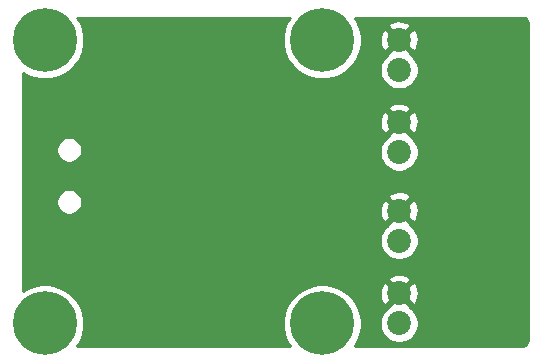
<source format=gbr>
G04 #@! TF.GenerationSoftware,KiCad,Pcbnew,(5.1.4)-1*
G04 #@! TF.CreationDate,2019-10-26T12:02:25-04:00*
G04 #@! TF.ProjectId,solar_NiMH_emulation,736f6c61-725f-44e6-994d-485f656d756c,rev?*
G04 #@! TF.SameCoordinates,Original*
G04 #@! TF.FileFunction,Copper,L2,Bot*
G04 #@! TF.FilePolarity,Positive*
%FSLAX46Y46*%
G04 Gerber Fmt 4.6, Leading zero omitted, Abs format (unit mm)*
G04 Created by KiCad (PCBNEW (5.1.4)-1) date 2019-10-26 12:02:25*
%MOMM*%
%LPD*%
G04 APERTURE LIST*
%ADD10C,5.400000*%
%ADD11C,2.020000*%
%ADD12C,0.900000*%
%ADD13C,0.254000*%
G04 APERTURE END LIST*
D10*
X141500000Y-93000000D03*
X141500000Y-117000000D03*
X118000000Y-117000000D03*
X118000000Y-93000000D03*
D11*
X148000000Y-95540000D03*
X148000000Y-93000000D03*
X148000000Y-99960000D03*
X148000000Y-102500000D03*
X148000000Y-110000000D03*
X148000000Y-107460000D03*
X148000000Y-114460000D03*
X148000000Y-117000000D03*
D12*
X129000000Y-92500000D03*
X131500000Y-91500000D03*
X125000000Y-106000000D03*
X123000000Y-100000000D03*
X118000000Y-100000000D03*
X118000000Y-109000000D03*
X116500000Y-109000000D03*
X123000000Y-109000000D03*
X116500000Y-100000000D03*
X117000000Y-111500000D03*
X119000000Y-111500000D03*
X118000000Y-113000000D03*
X118000000Y-97500000D03*
X119500000Y-97500000D03*
X121000000Y-97500000D03*
X122500000Y-97500000D03*
X124000000Y-97500000D03*
X122000000Y-92000000D03*
X123500000Y-92000000D03*
X123500000Y-93500000D03*
X122000000Y-93500000D03*
X122000000Y-95000000D03*
X123500000Y-95000000D03*
X125000000Y-92500000D03*
X121500000Y-109000000D03*
X120000000Y-109000000D03*
X124500000Y-109000000D03*
X122500000Y-118000000D03*
X124500000Y-118000000D03*
X124500000Y-116500000D03*
X122500000Y-116500000D03*
X118000000Y-110500000D03*
X142500000Y-98000000D03*
D13*
G36*
X138544561Y-91420285D02*
G01*
X138293162Y-92027216D01*
X138165000Y-92671531D01*
X138165000Y-93328469D01*
X138293162Y-93972784D01*
X138544561Y-94579715D01*
X138909536Y-95125939D01*
X139374061Y-95590464D01*
X139920285Y-95955439D01*
X140527216Y-96206838D01*
X141171531Y-96335000D01*
X141828469Y-96335000D01*
X142472784Y-96206838D01*
X143079715Y-95955439D01*
X143625939Y-95590464D01*
X143838421Y-95377982D01*
X146355000Y-95377982D01*
X146355000Y-95702018D01*
X146418217Y-96019829D01*
X146542220Y-96319199D01*
X146722245Y-96588626D01*
X146951374Y-96817755D01*
X147220801Y-96997780D01*
X147520171Y-97121783D01*
X147837982Y-97185000D01*
X148162018Y-97185000D01*
X148479829Y-97121783D01*
X148779199Y-96997780D01*
X149048626Y-96817755D01*
X149277755Y-96588626D01*
X149457780Y-96319199D01*
X149581783Y-96019829D01*
X149645000Y-95702018D01*
X149645000Y-95377982D01*
X149581783Y-95060171D01*
X149457780Y-94760801D01*
X149277755Y-94491374D01*
X149048626Y-94262245D01*
X148944601Y-94192738D01*
X148962939Y-94142545D01*
X148000000Y-93179605D01*
X147037061Y-94142545D01*
X147055399Y-94192738D01*
X146951374Y-94262245D01*
X146722245Y-94491374D01*
X146542220Y-94760801D01*
X146418217Y-95060171D01*
X146355000Y-95377982D01*
X143838421Y-95377982D01*
X144090464Y-95125939D01*
X144455439Y-94579715D01*
X144706838Y-93972784D01*
X144835000Y-93328469D01*
X144835000Y-93062200D01*
X146348211Y-93062200D01*
X146392084Y-93383253D01*
X146497749Y-93689578D01*
X146592032Y-93865968D01*
X146857455Y-93962939D01*
X147820395Y-93000000D01*
X148179605Y-93000000D01*
X149142545Y-93962939D01*
X149407968Y-93865968D01*
X149549856Y-93574647D01*
X149632185Y-93261243D01*
X149651789Y-92937800D01*
X149607916Y-92616747D01*
X149502251Y-92310422D01*
X149407968Y-92134032D01*
X149142545Y-92037061D01*
X148179605Y-93000000D01*
X147820395Y-93000000D01*
X146857455Y-92037061D01*
X146592032Y-92134032D01*
X146450144Y-92425353D01*
X146367815Y-92738757D01*
X146348211Y-93062200D01*
X144835000Y-93062200D01*
X144835000Y-92671531D01*
X144706838Y-92027216D01*
X144636521Y-91857455D01*
X147037061Y-91857455D01*
X148000000Y-92820395D01*
X148962939Y-91857455D01*
X148865968Y-91592032D01*
X148574647Y-91450144D01*
X148261243Y-91367815D01*
X147937800Y-91348211D01*
X147616747Y-91392084D01*
X147310422Y-91497749D01*
X147134032Y-91592032D01*
X147037061Y-91857455D01*
X144636521Y-91857455D01*
X144455439Y-91420285D01*
X144259472Y-91127000D01*
X158491672Y-91127000D01*
X158596257Y-91140769D01*
X158685955Y-91177923D01*
X158762976Y-91237024D01*
X158822077Y-91314045D01*
X158859231Y-91403743D01*
X158873000Y-91508328D01*
X158873000Y-118491672D01*
X158859231Y-118596257D01*
X158822077Y-118685955D01*
X158762976Y-118762976D01*
X158685955Y-118822077D01*
X158596257Y-118859231D01*
X158491672Y-118873000D01*
X144259472Y-118873000D01*
X144455439Y-118579715D01*
X144706838Y-117972784D01*
X144835000Y-117328469D01*
X144835000Y-116837982D01*
X146355000Y-116837982D01*
X146355000Y-117162018D01*
X146418217Y-117479829D01*
X146542220Y-117779199D01*
X146722245Y-118048626D01*
X146951374Y-118277755D01*
X147220801Y-118457780D01*
X147520171Y-118581783D01*
X147837982Y-118645000D01*
X148162018Y-118645000D01*
X148479829Y-118581783D01*
X148779199Y-118457780D01*
X149048626Y-118277755D01*
X149277755Y-118048626D01*
X149457780Y-117779199D01*
X149581783Y-117479829D01*
X149645000Y-117162018D01*
X149645000Y-116837982D01*
X149581783Y-116520171D01*
X149457780Y-116220801D01*
X149277755Y-115951374D01*
X149048626Y-115722245D01*
X148944601Y-115652738D01*
X148962939Y-115602545D01*
X148000000Y-114639605D01*
X147037061Y-115602545D01*
X147055399Y-115652738D01*
X146951374Y-115722245D01*
X146722245Y-115951374D01*
X146542220Y-116220801D01*
X146418217Y-116520171D01*
X146355000Y-116837982D01*
X144835000Y-116837982D01*
X144835000Y-116671531D01*
X144706838Y-116027216D01*
X144455439Y-115420285D01*
X144090464Y-114874061D01*
X143738603Y-114522200D01*
X146348211Y-114522200D01*
X146392084Y-114843253D01*
X146497749Y-115149578D01*
X146592032Y-115325968D01*
X146857455Y-115422939D01*
X147820395Y-114460000D01*
X148179605Y-114460000D01*
X149142545Y-115422939D01*
X149407968Y-115325968D01*
X149549856Y-115034647D01*
X149632185Y-114721243D01*
X149651789Y-114397800D01*
X149607916Y-114076747D01*
X149502251Y-113770422D01*
X149407968Y-113594032D01*
X149142545Y-113497061D01*
X148179605Y-114460000D01*
X147820395Y-114460000D01*
X146857455Y-113497061D01*
X146592032Y-113594032D01*
X146450144Y-113885353D01*
X146367815Y-114198757D01*
X146348211Y-114522200D01*
X143738603Y-114522200D01*
X143625939Y-114409536D01*
X143079715Y-114044561D01*
X142472784Y-113793162D01*
X141828469Y-113665000D01*
X141171531Y-113665000D01*
X140527216Y-113793162D01*
X139920285Y-114044561D01*
X139374061Y-114409536D01*
X138909536Y-114874061D01*
X138544561Y-115420285D01*
X138293162Y-116027216D01*
X138165000Y-116671531D01*
X138165000Y-117328469D01*
X138293162Y-117972784D01*
X138544561Y-118579715D01*
X138740528Y-118873000D01*
X120759472Y-118873000D01*
X120955439Y-118579715D01*
X121206838Y-117972784D01*
X121335000Y-117328469D01*
X121335000Y-116671531D01*
X121206838Y-116027216D01*
X120955439Y-115420285D01*
X120590464Y-114874061D01*
X120125939Y-114409536D01*
X119579715Y-114044561D01*
X118972784Y-113793162D01*
X118328469Y-113665000D01*
X117671531Y-113665000D01*
X117027216Y-113793162D01*
X116420285Y-114044561D01*
X116127000Y-114240528D01*
X116127000Y-113317455D01*
X147037061Y-113317455D01*
X148000000Y-114280395D01*
X148962939Y-113317455D01*
X148865968Y-113052032D01*
X148574647Y-112910144D01*
X148261243Y-112827815D01*
X147937800Y-112808211D01*
X147616747Y-112852084D01*
X147310422Y-112957749D01*
X147134032Y-113052032D01*
X147037061Y-113317455D01*
X116127000Y-113317455D01*
X116127000Y-109837982D01*
X146355000Y-109837982D01*
X146355000Y-110162018D01*
X146418217Y-110479829D01*
X146542220Y-110779199D01*
X146722245Y-111048626D01*
X146951374Y-111277755D01*
X147220801Y-111457780D01*
X147520171Y-111581783D01*
X147837982Y-111645000D01*
X148162018Y-111645000D01*
X148479829Y-111581783D01*
X148779199Y-111457780D01*
X149048626Y-111277755D01*
X149277755Y-111048626D01*
X149457780Y-110779199D01*
X149581783Y-110479829D01*
X149645000Y-110162018D01*
X149645000Y-109837982D01*
X149581783Y-109520171D01*
X149457780Y-109220801D01*
X149277755Y-108951374D01*
X149048626Y-108722245D01*
X148944601Y-108652738D01*
X148962939Y-108602545D01*
X148000000Y-107639605D01*
X147037061Y-108602545D01*
X147055399Y-108652738D01*
X146951374Y-108722245D01*
X146722245Y-108951374D01*
X146542220Y-109220801D01*
X146418217Y-109520171D01*
X146355000Y-109837982D01*
X116127000Y-109837982D01*
X116127000Y-106593137D01*
X118984001Y-106593137D01*
X118984001Y-106806863D01*
X119025697Y-107016483D01*
X119107486Y-107213940D01*
X119226226Y-107391647D01*
X119377354Y-107542775D01*
X119555061Y-107661515D01*
X119752518Y-107743304D01*
X119962138Y-107785000D01*
X120175864Y-107785000D01*
X120385484Y-107743304D01*
X120582941Y-107661515D01*
X120760648Y-107542775D01*
X120781223Y-107522200D01*
X146348211Y-107522200D01*
X146392084Y-107843253D01*
X146497749Y-108149578D01*
X146592032Y-108325968D01*
X146857455Y-108422939D01*
X147820395Y-107460000D01*
X148179605Y-107460000D01*
X149142545Y-108422939D01*
X149407968Y-108325968D01*
X149549856Y-108034647D01*
X149632185Y-107721243D01*
X149651789Y-107397800D01*
X149607916Y-107076747D01*
X149502251Y-106770422D01*
X149407968Y-106594032D01*
X149142545Y-106497061D01*
X148179605Y-107460000D01*
X147820395Y-107460000D01*
X146857455Y-106497061D01*
X146592032Y-106594032D01*
X146450144Y-106885353D01*
X146367815Y-107198757D01*
X146348211Y-107522200D01*
X120781223Y-107522200D01*
X120911776Y-107391647D01*
X121030516Y-107213940D01*
X121112305Y-107016483D01*
X121154001Y-106806863D01*
X121154001Y-106593137D01*
X121112305Y-106383517D01*
X121084942Y-106317455D01*
X147037061Y-106317455D01*
X148000000Y-107280395D01*
X148962939Y-106317455D01*
X148865968Y-106052032D01*
X148574647Y-105910144D01*
X148261243Y-105827815D01*
X147937800Y-105808211D01*
X147616747Y-105852084D01*
X147310422Y-105957749D01*
X147134032Y-106052032D01*
X147037061Y-106317455D01*
X121084942Y-106317455D01*
X121030516Y-106186060D01*
X120911776Y-106008353D01*
X120760648Y-105857225D01*
X120582941Y-105738485D01*
X120385484Y-105656696D01*
X120175864Y-105615000D01*
X119962138Y-105615000D01*
X119752518Y-105656696D01*
X119555061Y-105738485D01*
X119377354Y-105857225D01*
X119226226Y-106008353D01*
X119107486Y-106186060D01*
X119025697Y-106383517D01*
X118984001Y-106593137D01*
X116127000Y-106593137D01*
X116127000Y-102193137D01*
X118984001Y-102193137D01*
X118984001Y-102406863D01*
X119025697Y-102616483D01*
X119107486Y-102813940D01*
X119226226Y-102991647D01*
X119377354Y-103142775D01*
X119555061Y-103261515D01*
X119752518Y-103343304D01*
X119962138Y-103385000D01*
X120175864Y-103385000D01*
X120385484Y-103343304D01*
X120582941Y-103261515D01*
X120760648Y-103142775D01*
X120911776Y-102991647D01*
X121030516Y-102813940D01*
X121112305Y-102616483D01*
X121154001Y-102406863D01*
X121154001Y-102337982D01*
X146355000Y-102337982D01*
X146355000Y-102662018D01*
X146418217Y-102979829D01*
X146542220Y-103279199D01*
X146722245Y-103548626D01*
X146951374Y-103777755D01*
X147220801Y-103957780D01*
X147520171Y-104081783D01*
X147837982Y-104145000D01*
X148162018Y-104145000D01*
X148479829Y-104081783D01*
X148779199Y-103957780D01*
X149048626Y-103777755D01*
X149277755Y-103548626D01*
X149457780Y-103279199D01*
X149581783Y-102979829D01*
X149645000Y-102662018D01*
X149645000Y-102337982D01*
X149581783Y-102020171D01*
X149457780Y-101720801D01*
X149277755Y-101451374D01*
X149048626Y-101222245D01*
X148944601Y-101152738D01*
X148962939Y-101102545D01*
X148000000Y-100139605D01*
X147037061Y-101102545D01*
X147055399Y-101152738D01*
X146951374Y-101222245D01*
X146722245Y-101451374D01*
X146542220Y-101720801D01*
X146418217Y-102020171D01*
X146355000Y-102337982D01*
X121154001Y-102337982D01*
X121154001Y-102193137D01*
X121112305Y-101983517D01*
X121030516Y-101786060D01*
X120911776Y-101608353D01*
X120760648Y-101457225D01*
X120582941Y-101338485D01*
X120385484Y-101256696D01*
X120175864Y-101215000D01*
X119962138Y-101215000D01*
X119752518Y-101256696D01*
X119555061Y-101338485D01*
X119377354Y-101457225D01*
X119226226Y-101608353D01*
X119107486Y-101786060D01*
X119025697Y-101983517D01*
X118984001Y-102193137D01*
X116127000Y-102193137D01*
X116127000Y-100022200D01*
X146348211Y-100022200D01*
X146392084Y-100343253D01*
X146497749Y-100649578D01*
X146592032Y-100825968D01*
X146857455Y-100922939D01*
X147820395Y-99960000D01*
X148179605Y-99960000D01*
X149142545Y-100922939D01*
X149407968Y-100825968D01*
X149549856Y-100534647D01*
X149632185Y-100221243D01*
X149651789Y-99897800D01*
X149607916Y-99576747D01*
X149502251Y-99270422D01*
X149407968Y-99094032D01*
X149142545Y-98997061D01*
X148179605Y-99960000D01*
X147820395Y-99960000D01*
X146857455Y-98997061D01*
X146592032Y-99094032D01*
X146450144Y-99385353D01*
X146367815Y-99698757D01*
X146348211Y-100022200D01*
X116127000Y-100022200D01*
X116127000Y-98817455D01*
X147037061Y-98817455D01*
X148000000Y-99780395D01*
X148962939Y-98817455D01*
X148865968Y-98552032D01*
X148574647Y-98410144D01*
X148261243Y-98327815D01*
X147937800Y-98308211D01*
X147616747Y-98352084D01*
X147310422Y-98457749D01*
X147134032Y-98552032D01*
X147037061Y-98817455D01*
X116127000Y-98817455D01*
X116127000Y-95759472D01*
X116420285Y-95955439D01*
X117027216Y-96206838D01*
X117671531Y-96335000D01*
X118328469Y-96335000D01*
X118972784Y-96206838D01*
X119579715Y-95955439D01*
X120125939Y-95590464D01*
X120590464Y-95125939D01*
X120955439Y-94579715D01*
X121206838Y-93972784D01*
X121335000Y-93328469D01*
X121335000Y-92671531D01*
X121206838Y-92027216D01*
X120955439Y-91420285D01*
X120759472Y-91127000D01*
X138740528Y-91127000D01*
X138544561Y-91420285D01*
X138544561Y-91420285D01*
G37*
X138544561Y-91420285D02*
X138293162Y-92027216D01*
X138165000Y-92671531D01*
X138165000Y-93328469D01*
X138293162Y-93972784D01*
X138544561Y-94579715D01*
X138909536Y-95125939D01*
X139374061Y-95590464D01*
X139920285Y-95955439D01*
X140527216Y-96206838D01*
X141171531Y-96335000D01*
X141828469Y-96335000D01*
X142472784Y-96206838D01*
X143079715Y-95955439D01*
X143625939Y-95590464D01*
X143838421Y-95377982D01*
X146355000Y-95377982D01*
X146355000Y-95702018D01*
X146418217Y-96019829D01*
X146542220Y-96319199D01*
X146722245Y-96588626D01*
X146951374Y-96817755D01*
X147220801Y-96997780D01*
X147520171Y-97121783D01*
X147837982Y-97185000D01*
X148162018Y-97185000D01*
X148479829Y-97121783D01*
X148779199Y-96997780D01*
X149048626Y-96817755D01*
X149277755Y-96588626D01*
X149457780Y-96319199D01*
X149581783Y-96019829D01*
X149645000Y-95702018D01*
X149645000Y-95377982D01*
X149581783Y-95060171D01*
X149457780Y-94760801D01*
X149277755Y-94491374D01*
X149048626Y-94262245D01*
X148944601Y-94192738D01*
X148962939Y-94142545D01*
X148000000Y-93179605D01*
X147037061Y-94142545D01*
X147055399Y-94192738D01*
X146951374Y-94262245D01*
X146722245Y-94491374D01*
X146542220Y-94760801D01*
X146418217Y-95060171D01*
X146355000Y-95377982D01*
X143838421Y-95377982D01*
X144090464Y-95125939D01*
X144455439Y-94579715D01*
X144706838Y-93972784D01*
X144835000Y-93328469D01*
X144835000Y-93062200D01*
X146348211Y-93062200D01*
X146392084Y-93383253D01*
X146497749Y-93689578D01*
X146592032Y-93865968D01*
X146857455Y-93962939D01*
X147820395Y-93000000D01*
X148179605Y-93000000D01*
X149142545Y-93962939D01*
X149407968Y-93865968D01*
X149549856Y-93574647D01*
X149632185Y-93261243D01*
X149651789Y-92937800D01*
X149607916Y-92616747D01*
X149502251Y-92310422D01*
X149407968Y-92134032D01*
X149142545Y-92037061D01*
X148179605Y-93000000D01*
X147820395Y-93000000D01*
X146857455Y-92037061D01*
X146592032Y-92134032D01*
X146450144Y-92425353D01*
X146367815Y-92738757D01*
X146348211Y-93062200D01*
X144835000Y-93062200D01*
X144835000Y-92671531D01*
X144706838Y-92027216D01*
X144636521Y-91857455D01*
X147037061Y-91857455D01*
X148000000Y-92820395D01*
X148962939Y-91857455D01*
X148865968Y-91592032D01*
X148574647Y-91450144D01*
X148261243Y-91367815D01*
X147937800Y-91348211D01*
X147616747Y-91392084D01*
X147310422Y-91497749D01*
X147134032Y-91592032D01*
X147037061Y-91857455D01*
X144636521Y-91857455D01*
X144455439Y-91420285D01*
X144259472Y-91127000D01*
X158491672Y-91127000D01*
X158596257Y-91140769D01*
X158685955Y-91177923D01*
X158762976Y-91237024D01*
X158822077Y-91314045D01*
X158859231Y-91403743D01*
X158873000Y-91508328D01*
X158873000Y-118491672D01*
X158859231Y-118596257D01*
X158822077Y-118685955D01*
X158762976Y-118762976D01*
X158685955Y-118822077D01*
X158596257Y-118859231D01*
X158491672Y-118873000D01*
X144259472Y-118873000D01*
X144455439Y-118579715D01*
X144706838Y-117972784D01*
X144835000Y-117328469D01*
X144835000Y-116837982D01*
X146355000Y-116837982D01*
X146355000Y-117162018D01*
X146418217Y-117479829D01*
X146542220Y-117779199D01*
X146722245Y-118048626D01*
X146951374Y-118277755D01*
X147220801Y-118457780D01*
X147520171Y-118581783D01*
X147837982Y-118645000D01*
X148162018Y-118645000D01*
X148479829Y-118581783D01*
X148779199Y-118457780D01*
X149048626Y-118277755D01*
X149277755Y-118048626D01*
X149457780Y-117779199D01*
X149581783Y-117479829D01*
X149645000Y-117162018D01*
X149645000Y-116837982D01*
X149581783Y-116520171D01*
X149457780Y-116220801D01*
X149277755Y-115951374D01*
X149048626Y-115722245D01*
X148944601Y-115652738D01*
X148962939Y-115602545D01*
X148000000Y-114639605D01*
X147037061Y-115602545D01*
X147055399Y-115652738D01*
X146951374Y-115722245D01*
X146722245Y-115951374D01*
X146542220Y-116220801D01*
X146418217Y-116520171D01*
X146355000Y-116837982D01*
X144835000Y-116837982D01*
X144835000Y-116671531D01*
X144706838Y-116027216D01*
X144455439Y-115420285D01*
X144090464Y-114874061D01*
X143738603Y-114522200D01*
X146348211Y-114522200D01*
X146392084Y-114843253D01*
X146497749Y-115149578D01*
X146592032Y-115325968D01*
X146857455Y-115422939D01*
X147820395Y-114460000D01*
X148179605Y-114460000D01*
X149142545Y-115422939D01*
X149407968Y-115325968D01*
X149549856Y-115034647D01*
X149632185Y-114721243D01*
X149651789Y-114397800D01*
X149607916Y-114076747D01*
X149502251Y-113770422D01*
X149407968Y-113594032D01*
X149142545Y-113497061D01*
X148179605Y-114460000D01*
X147820395Y-114460000D01*
X146857455Y-113497061D01*
X146592032Y-113594032D01*
X146450144Y-113885353D01*
X146367815Y-114198757D01*
X146348211Y-114522200D01*
X143738603Y-114522200D01*
X143625939Y-114409536D01*
X143079715Y-114044561D01*
X142472784Y-113793162D01*
X141828469Y-113665000D01*
X141171531Y-113665000D01*
X140527216Y-113793162D01*
X139920285Y-114044561D01*
X139374061Y-114409536D01*
X138909536Y-114874061D01*
X138544561Y-115420285D01*
X138293162Y-116027216D01*
X138165000Y-116671531D01*
X138165000Y-117328469D01*
X138293162Y-117972784D01*
X138544561Y-118579715D01*
X138740528Y-118873000D01*
X120759472Y-118873000D01*
X120955439Y-118579715D01*
X121206838Y-117972784D01*
X121335000Y-117328469D01*
X121335000Y-116671531D01*
X121206838Y-116027216D01*
X120955439Y-115420285D01*
X120590464Y-114874061D01*
X120125939Y-114409536D01*
X119579715Y-114044561D01*
X118972784Y-113793162D01*
X118328469Y-113665000D01*
X117671531Y-113665000D01*
X117027216Y-113793162D01*
X116420285Y-114044561D01*
X116127000Y-114240528D01*
X116127000Y-113317455D01*
X147037061Y-113317455D01*
X148000000Y-114280395D01*
X148962939Y-113317455D01*
X148865968Y-113052032D01*
X148574647Y-112910144D01*
X148261243Y-112827815D01*
X147937800Y-112808211D01*
X147616747Y-112852084D01*
X147310422Y-112957749D01*
X147134032Y-113052032D01*
X147037061Y-113317455D01*
X116127000Y-113317455D01*
X116127000Y-109837982D01*
X146355000Y-109837982D01*
X146355000Y-110162018D01*
X146418217Y-110479829D01*
X146542220Y-110779199D01*
X146722245Y-111048626D01*
X146951374Y-111277755D01*
X147220801Y-111457780D01*
X147520171Y-111581783D01*
X147837982Y-111645000D01*
X148162018Y-111645000D01*
X148479829Y-111581783D01*
X148779199Y-111457780D01*
X149048626Y-111277755D01*
X149277755Y-111048626D01*
X149457780Y-110779199D01*
X149581783Y-110479829D01*
X149645000Y-110162018D01*
X149645000Y-109837982D01*
X149581783Y-109520171D01*
X149457780Y-109220801D01*
X149277755Y-108951374D01*
X149048626Y-108722245D01*
X148944601Y-108652738D01*
X148962939Y-108602545D01*
X148000000Y-107639605D01*
X147037061Y-108602545D01*
X147055399Y-108652738D01*
X146951374Y-108722245D01*
X146722245Y-108951374D01*
X146542220Y-109220801D01*
X146418217Y-109520171D01*
X146355000Y-109837982D01*
X116127000Y-109837982D01*
X116127000Y-106593137D01*
X118984001Y-106593137D01*
X118984001Y-106806863D01*
X119025697Y-107016483D01*
X119107486Y-107213940D01*
X119226226Y-107391647D01*
X119377354Y-107542775D01*
X119555061Y-107661515D01*
X119752518Y-107743304D01*
X119962138Y-107785000D01*
X120175864Y-107785000D01*
X120385484Y-107743304D01*
X120582941Y-107661515D01*
X120760648Y-107542775D01*
X120781223Y-107522200D01*
X146348211Y-107522200D01*
X146392084Y-107843253D01*
X146497749Y-108149578D01*
X146592032Y-108325968D01*
X146857455Y-108422939D01*
X147820395Y-107460000D01*
X148179605Y-107460000D01*
X149142545Y-108422939D01*
X149407968Y-108325968D01*
X149549856Y-108034647D01*
X149632185Y-107721243D01*
X149651789Y-107397800D01*
X149607916Y-107076747D01*
X149502251Y-106770422D01*
X149407968Y-106594032D01*
X149142545Y-106497061D01*
X148179605Y-107460000D01*
X147820395Y-107460000D01*
X146857455Y-106497061D01*
X146592032Y-106594032D01*
X146450144Y-106885353D01*
X146367815Y-107198757D01*
X146348211Y-107522200D01*
X120781223Y-107522200D01*
X120911776Y-107391647D01*
X121030516Y-107213940D01*
X121112305Y-107016483D01*
X121154001Y-106806863D01*
X121154001Y-106593137D01*
X121112305Y-106383517D01*
X121084942Y-106317455D01*
X147037061Y-106317455D01*
X148000000Y-107280395D01*
X148962939Y-106317455D01*
X148865968Y-106052032D01*
X148574647Y-105910144D01*
X148261243Y-105827815D01*
X147937800Y-105808211D01*
X147616747Y-105852084D01*
X147310422Y-105957749D01*
X147134032Y-106052032D01*
X147037061Y-106317455D01*
X121084942Y-106317455D01*
X121030516Y-106186060D01*
X120911776Y-106008353D01*
X120760648Y-105857225D01*
X120582941Y-105738485D01*
X120385484Y-105656696D01*
X120175864Y-105615000D01*
X119962138Y-105615000D01*
X119752518Y-105656696D01*
X119555061Y-105738485D01*
X119377354Y-105857225D01*
X119226226Y-106008353D01*
X119107486Y-106186060D01*
X119025697Y-106383517D01*
X118984001Y-106593137D01*
X116127000Y-106593137D01*
X116127000Y-102193137D01*
X118984001Y-102193137D01*
X118984001Y-102406863D01*
X119025697Y-102616483D01*
X119107486Y-102813940D01*
X119226226Y-102991647D01*
X119377354Y-103142775D01*
X119555061Y-103261515D01*
X119752518Y-103343304D01*
X119962138Y-103385000D01*
X120175864Y-103385000D01*
X120385484Y-103343304D01*
X120582941Y-103261515D01*
X120760648Y-103142775D01*
X120911776Y-102991647D01*
X121030516Y-102813940D01*
X121112305Y-102616483D01*
X121154001Y-102406863D01*
X121154001Y-102337982D01*
X146355000Y-102337982D01*
X146355000Y-102662018D01*
X146418217Y-102979829D01*
X146542220Y-103279199D01*
X146722245Y-103548626D01*
X146951374Y-103777755D01*
X147220801Y-103957780D01*
X147520171Y-104081783D01*
X147837982Y-104145000D01*
X148162018Y-104145000D01*
X148479829Y-104081783D01*
X148779199Y-103957780D01*
X149048626Y-103777755D01*
X149277755Y-103548626D01*
X149457780Y-103279199D01*
X149581783Y-102979829D01*
X149645000Y-102662018D01*
X149645000Y-102337982D01*
X149581783Y-102020171D01*
X149457780Y-101720801D01*
X149277755Y-101451374D01*
X149048626Y-101222245D01*
X148944601Y-101152738D01*
X148962939Y-101102545D01*
X148000000Y-100139605D01*
X147037061Y-101102545D01*
X147055399Y-101152738D01*
X146951374Y-101222245D01*
X146722245Y-101451374D01*
X146542220Y-101720801D01*
X146418217Y-102020171D01*
X146355000Y-102337982D01*
X121154001Y-102337982D01*
X121154001Y-102193137D01*
X121112305Y-101983517D01*
X121030516Y-101786060D01*
X120911776Y-101608353D01*
X120760648Y-101457225D01*
X120582941Y-101338485D01*
X120385484Y-101256696D01*
X120175864Y-101215000D01*
X119962138Y-101215000D01*
X119752518Y-101256696D01*
X119555061Y-101338485D01*
X119377354Y-101457225D01*
X119226226Y-101608353D01*
X119107486Y-101786060D01*
X119025697Y-101983517D01*
X118984001Y-102193137D01*
X116127000Y-102193137D01*
X116127000Y-100022200D01*
X146348211Y-100022200D01*
X146392084Y-100343253D01*
X146497749Y-100649578D01*
X146592032Y-100825968D01*
X146857455Y-100922939D01*
X147820395Y-99960000D01*
X148179605Y-99960000D01*
X149142545Y-100922939D01*
X149407968Y-100825968D01*
X149549856Y-100534647D01*
X149632185Y-100221243D01*
X149651789Y-99897800D01*
X149607916Y-99576747D01*
X149502251Y-99270422D01*
X149407968Y-99094032D01*
X149142545Y-98997061D01*
X148179605Y-99960000D01*
X147820395Y-99960000D01*
X146857455Y-98997061D01*
X146592032Y-99094032D01*
X146450144Y-99385353D01*
X146367815Y-99698757D01*
X146348211Y-100022200D01*
X116127000Y-100022200D01*
X116127000Y-98817455D01*
X147037061Y-98817455D01*
X148000000Y-99780395D01*
X148962939Y-98817455D01*
X148865968Y-98552032D01*
X148574647Y-98410144D01*
X148261243Y-98327815D01*
X147937800Y-98308211D01*
X147616747Y-98352084D01*
X147310422Y-98457749D01*
X147134032Y-98552032D01*
X147037061Y-98817455D01*
X116127000Y-98817455D01*
X116127000Y-95759472D01*
X116420285Y-95955439D01*
X117027216Y-96206838D01*
X117671531Y-96335000D01*
X118328469Y-96335000D01*
X118972784Y-96206838D01*
X119579715Y-95955439D01*
X120125939Y-95590464D01*
X120590464Y-95125939D01*
X120955439Y-94579715D01*
X121206838Y-93972784D01*
X121335000Y-93328469D01*
X121335000Y-92671531D01*
X121206838Y-92027216D01*
X120955439Y-91420285D01*
X120759472Y-91127000D01*
X138740528Y-91127000D01*
X138544561Y-91420285D01*
M02*

</source>
